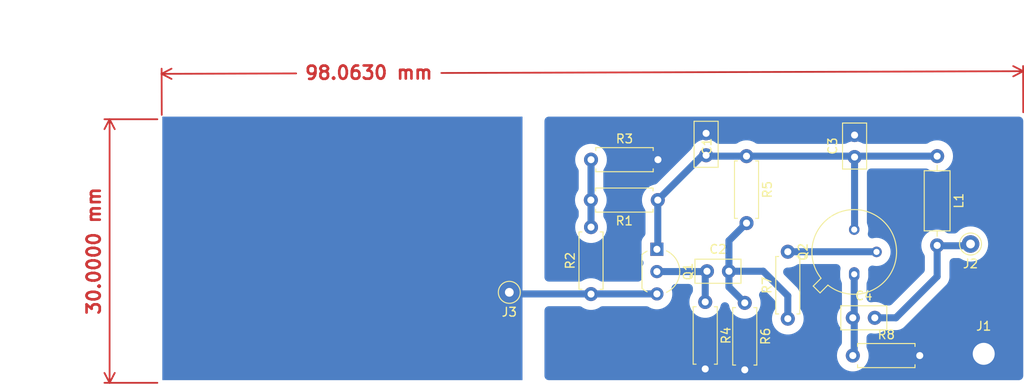
<source format=kicad_pcb>
(kicad_pcb (version 20240108) (generator "pcbnew") (generator_version "8.0")
  (layers (0 "F.Cu" signal) (31 "B.Cu" signal) (34 "B.Paste" user) (35 "F.Paste" user) (36 "B.SilkS" user "B.Silkscreen") (37 "F.SilkS" user "F.Silkscreen") (38 "B.Mask" user) (39 "F.Mask" user) (44 "Edge.Cuts" user))
  (net 0 "")
  (net 1 "Net-(Q1-D)")
  (net 2 "Net-(C2-Pad2)")
  (net 3 "Net-(Q1-S)")
  (net 4 "Net-(J2-In)")
  (net 5 "Net-(Q2-E)")
  (net 6 "Net-(Q2-B)")
  (net 7 "Net-(R1-Pad2)")
  (net 8 "Earth")
  (net 9 "Antenna")
  (footprint "Capacitor_THT:C_Disc_D5.0mm_W2.5mm_P2.50mm" (layer "F.Cu") (at 161.4 96.4 90)
    (property "Reference" "C1" (at 1 0.1 90) (layer "F.SilkS"))
    (property "Value" "100nF")
    (fp_line (start 3.87 -1.37) (end 3.87 1.37) (stroke (width 0.12)) (layer "F.SilkS"))
    (fp_line (start -1.37 -1.37) (end 3.87 -1.37) (stroke (width 0.12)) (layer "F.SilkS"))
    (fp_line (start -1.37 -1.37) (end -1.37 1.37) (stroke (width 0.12)) (layer "F.SilkS"))
    (fp_line (start -1.37 1.37) (end 3.87 1.37) (stroke (width 0.12)) (layer "F.SilkS"))
    (pad "1" thru_hole circle (at 0 0 90) (size 1.6 1.6) (drill 0.8) (layers "*.Cu" "*.Mask") (net 1 "Net-(Q1-D)"))
    (pad "2" thru_hole circle (at 2.5 0 90) (size 1.6 1.6) (drill 0.8) (layers "*.Cu" "*.Mask") (net 8 "Earth"))
  )
  (footprint "Capacitor_THT:C_Disc_D5.0mm_W2.5mm_P2.50mm" (layer "F.Cu") (at 161.5 109.6)
    (property "Reference" "C2" (at 1.25 -2.5 0) (layer "F.SilkS"))
    (property "Value" "100nF")
    (fp_line (start -1.37 -1.37) (end -1.37 1.37) (stroke (width 0.12)) (layer "F.SilkS"))
    (fp_line (start -1.37 -1.37) (end 3.87 -1.37) (stroke (width 0.12)) (layer "F.SilkS"))
    (fp_line (start -1.37 1.37) (end 3.87 1.37) (stroke (width 0.12)) (layer "F.SilkS"))
    (fp_line (start 3.87 -1.37) (end 3.87 1.37) (stroke (width 0.12)) (layer "F.SilkS"))
    (pad "1" thru_hole circle (at 0 0) (size 1.6 1.6) (drill 0.8) (layers "*.Cu" "*.Mask") (net 3 "Net-(Q1-S)"))
    (pad "2" thru_hole circle (at 2.5 0) (size 1.6 1.6) (drill 0.8) (layers "*.Cu" "*.Mask") (net 2 "Net-(C2-Pad2)"))
  )
  (footprint "Capacitor_THT:C_Disc_D5.0mm_W2.5mm_P2.50mm" (layer "F.Cu") (at 178.3 96.6 90)
    (property "Reference" "C3" (at 1.25 -2.5 90) (layer "F.SilkS"))
    (property "Value" "100nF")
    (fp_line (start 3.87 -1.37) (end 3.87 1.37) (stroke (width 0.12)) (layer "F.SilkS"))
    (fp_line (start -1.37 -1.37) (end 3.87 -1.37) (stroke (width 0.12)) (layer "F.SilkS"))
    (fp_line (start -1.37 -1.37) (end -1.37 1.37) (stroke (width 0.12)) (layer "F.SilkS"))
    (fp_line (start -1.37 1.37) (end 3.87 1.37) (stroke (width 0.12)) (layer "F.SilkS"))
    (pad "1" thru_hole circle (at 0 0 90) (size 1.6 1.6) (drill 0.8) (layers "*.Cu" "*.Mask") (net 1 "Net-(Q1-D)"))
    (pad "2" thru_hole circle (at 2.5 0 90) (size 1.6 1.6) (drill 0.8) (layers "*.Cu" "*.Mask") (net 8 "Earth"))
  )
  (footprint "Capacitor_THT:C_Disc_D5.0mm_W2.5mm_P2.50mm" (layer "F.Cu") (at 178.1 114.9)
    (property "Reference" "C4" (at 1.25 -2.5 0) (layer "F.SilkS"))
    (property "Value" "100nF")
    (fp_line (start -1.37 -1.37) (end -1.37 1.37) (stroke (width 0.12)) (layer "F.SilkS"))
    (fp_line (start -1.37 -1.37) (end 3.87 -1.37) (stroke (width 0.12)) (layer "F.SilkS"))
    (fp_line (start -1.37 1.37) (end 3.87 1.37) (stroke (width 0.12)) (layer "F.SilkS"))
    (fp_line (start 3.87 -1.37) (end 3.87 1.37) (stroke (width 0.12)) (layer "F.SilkS"))
    (pad "1" thru_hole circle (at 0 0) (size 1.6 1.6) (drill 0.8) (layers "*.Cu" "*.Mask") (net 5 "Net-(Q2-E)"))
    (pad "2" thru_hole circle (at 2.5 0) (size 1.6 1.6) (drill 0.8) (layers "*.Cu" "*.Mask") (net 4 "Net-(J2-In)"))
  )
  (footprint "Inductor_THT:L_Axial_L6.6mm_D2.7mm_P10.16mm_Horizontal_Vishay_IM-2" (layer "F.Cu") (at 187.7 96.5 -90)
    (property "Reference" "L1" (at 5.08 -2.47 90) (layer "F.SilkS"))
    (property "Value" "470uHr")
    (fp_line (start 1.66 1.47) (end 8.5 1.47) (stroke (width 0.12)) (layer "F.SilkS"))
    (fp_line (start 8.5 1.47) (end 8.5 -1.47) (stroke (width 0.12)) (layer "F.SilkS"))
    (fp_line (start 1.04 0) (end 1.66 0) (stroke (width 0.12)) (layer "F.SilkS"))
    (fp_line (start 9.12 0) (end 8.5 0) (stroke (width 0.12)) (layer "F.SilkS"))
    (fp_line (start 1.66 -1.47) (end 1.66 1.47) (stroke (width 0.12)) (layer "F.SilkS"))
    (fp_line (start 8.5 -1.47) (end 1.66 -1.47) (stroke (width 0.12)) (layer "F.SilkS"))
    (pad "1" thru_hole circle (at 0 0 270) (size 1.6 1.6) (drill 0.8) (layers "*.Cu" "*.Mask") (net 1 "Net-(Q1-D)"))
    (pad "2" thru_hole oval (at 10.16 0 270) (size 1.6 1.6) (drill 0.8) (layers "*.Cu" "*.Mask") (net 4 "Net-(J2-In)"))
  )
  (footprint "Package_TO_SOT_THT:TO-92L_Inline_Wide" (layer "F.Cu") (at 155.8 107.1 -90)
    (property "Reference" "Q1" (at 2.54 -3.56 90) (layer "F.SilkS"))
    (property "Value" "J310")
    (fp_line (start 0.6 1.7) (end 4.45 1.7) (stroke (width 0.12)) (layer "F.SilkS"))
    (fp_arc (start 0.6 1.7) (mid 0.389183 1.423933) (end 0.217369 1.122045) (stroke (width 0.12)) (layer "F.SilkS"))
    (fp_arc (start 4.842383 1.112264) (mid 4.666594 1.419753) (end 4.45 1.7) (stroke (width 0.12)) (layer "F.SilkS"))
    (fp_arc (start 0.1836 -1.098807) (mid 1.143021 -2.192817) (end 2.54 -2.6) (stroke (width 0.12)) (layer "F.SilkS"))
    (fp_arc (start 2.54 -2.6) (mid 3.936979 -2.192818) (end 4.8964 -1.098807) (stroke (width 0.12)) (layer "F.SilkS"))
    (pad "1" thru_hole rect (at 0 0 270) (size 1.5 1.5) (drill 0.8) (layers "*.Cu" "*.Mask") (net 1 "Net-(Q1-D)"))
    (pad "2" thru_hole circle (at 2.54 0 270) (size 1.5 1.5) (drill 0.8) (layers "*.Cu" "*.Mask") (net 3 "Net-(Q1-S)"))
    (pad "3" thru_hole circle (at 5.08 0 270) (size 1.5 1.5) (drill 0.8) (layers "*.Cu" "*.Mask") (net 9 "Antenna"))
  )
  (footprint "Package_TO_SOT_THT:TO-39-3" (layer "F.Cu") (at 178.26 109.94 90)
    (property "Reference" "Q2" (at 2.54 -5.82 90) (layer "F.SilkS"))
    (property "Value" "2N5109")
    (fp_line (start -1.348039 -4.665856) (end -2.125856 -3.888039) (stroke (width 0.12)) (layer "F.SilkS"))
    (fp_line (start -2.125856 -3.888039) (end -1.234902 -2.997084) (stroke (width 0.12)) (layer "F.SilkS"))
    (fp_line (start -0.457084 -3.774902) (end -1.348039 -4.665856) (stroke (width 0.12)) (layer "F.SilkS"))
    (fp_arc (start -0.457084 -3.774902) (mid 5.948125 3.408384) (end -1.234674 -2.997371) (stroke (width 0.12)) (layer "F.SilkS"))
    (pad "1" thru_hole oval (at 0 0 90) (size 1.6 1.2) (drill 0.7) (layers "*.Cu" "*.Mask") (net 5 "Net-(Q2-E)"))
    (pad "2" thru_hole oval (at 2.54 2.54 90) (size 1.2 1.2) (drill 0.7) (layers "*.Cu" "*.Mask") (net 6 "Net-(Q2-B)"))
    (pad "3" thru_hole oval (at 5.08 0 90) (size 1.2 1.2) (drill 0.7) (layers "*.Cu" "*.Mask") (net 1 "Net-(Q1-D)"))
  )
  (footprint "Resistor_THT:R_Axial_DIN0207_L6.3mm_D2.5mm_P7.62mm_Horizontal" (layer "F.Cu") (at 155.9 101.5 180)
    (property "Reference" "R1" (at 3.81 -2.37 0) (layer "F.SilkS"))
    (property "Value" "1M")
    (fp_line (start 7.08 1.37) (end 7.08 1.04) (stroke (width 0.12)) (layer "F.SilkS"))
    (fp_line (start 7.08 -1.37) (end 7.08 -1.04) (stroke (width 0.12)) (layer "F.SilkS"))
    (fp_line (start 0.54 1.37) (end 7.08 1.37) (stroke (width 0.12)) (layer "F.SilkS"))
    (fp_line (start 0.54 1.04) (end 0.54 1.37) (stroke (width 0.12)) (layer "F.SilkS"))
    (fp_line (start 0.54 -1.04) (end 0.54 -1.37) (stroke (width 0.12)) (layer "F.SilkS"))
    (fp_line (start 0.54 -1.37) (end 7.08 -1.37) (stroke (width 0.12)) (layer "F.SilkS"))
    (pad "1" thru_hole circle (at 0 0 180) (size 1.6 1.6) (drill 0.8) (layers "*.Cu" "*.Mask") (net 1 "Net-(Q1-D)"))
    (pad "2" thru_hole oval (at 7.62 0 180) (size 1.6 1.6) (drill 0.8) (layers "*.Cu" "*.Mask") (net 7 "Net-(R1-Pad2)"))
  )
  (footprint "Resistor_THT:R_Axial_DIN0207_L6.3mm_D2.5mm_P7.62mm_Horizontal" (layer "F.Cu") (at 148.3 112.2 90)
    (property "Reference" "R2" (at 3.81 -2.37 90) (layer "F.SilkS"))
    (property "Value" "1M")
    (fp_line (start 7.08 -1.37) (end 7.08 -1.04) (stroke (width 0.12)) (layer "F.SilkS"))
    (fp_line (start 0.54 -1.37) (end 7.08 -1.37) (stroke (width 0.12)) (layer "F.SilkS"))
    (fp_line (start 0.54 -1.04) (end 0.54 -1.37) (stroke (width 0.12)) (layer "F.SilkS"))
    (fp_line (start 0.54 1.04) (end 0.54 1.37) (stroke (width 0.12)) (layer "F.SilkS"))
    (fp_line (start 7.08 1.37) (end 7.08 1.04) (stroke (width 0.12)) (layer "F.SilkS"))
    (fp_line (start 0.54 1.37) (end 7.08 1.37) (stroke (width 0.12)) (layer "F.SilkS"))
    (pad "1" thru_hole circle (at 0 0 90) (size 1.6 1.6) (drill 0.8) (layers "*.Cu" "*.Mask") (net 9 "Antenna"))
    (pad "2" thru_hole oval (at 7.62 0 90) (size 1.6 1.6) (drill 0.8) (layers "*.Cu" "*.Mask") (net 7 "Net-(R1-Pad2)"))
  )
  (footprint "Resistor_THT:R_Axial_DIN0207_L6.3mm_D2.5mm_P7.62mm_Horizontal" (layer "F.Cu") (at 148.3 96.9)
    (property "Reference" "R3" (at 3.81 -2.37 0) (layer "F.SilkS"))
    (property "Value" "1M")
    (fp_line (start 0.54 -1.37) (end 7.08 -1.37) (stroke (width 0.12)) (layer "F.SilkS"))
    (fp_line (start 0.54 -1.04) (end 0.54 -1.37) (stroke (width 0.12)) (layer "F.SilkS"))
    (fp_line (start 0.54 1.04) (end 0.54 1.37) (stroke (width 0.12)) (layer "F.SilkS"))
    (fp_line (start 0.54 1.37) (end 7.08 1.37) (stroke (width 0.12)) (layer "F.SilkS"))
    (fp_line (start 7.08 -1.37) (end 7.08 -1.04) (stroke (width 0.12)) (layer "F.SilkS"))
    (fp_line (start 7.08 1.37) (end 7.08 1.04) (stroke (width 0.12)) (layer "F.SilkS"))
    (pad "1" thru_hole circle (at 0 0) (size 1.6 1.6) (drill 0.8) (layers "*.Cu" "*.Mask") (net 7 "Net-(R1-Pad2)"))
    (pad "2" thru_hole oval (at 7.62 0) (size 1.6 1.6) (drill 0.8) (layers "*.Cu" "*.Mask") (net 8 "Earth"))
  )
  (footprint "Resistor_THT:R_Axial_DIN0207_L6.3mm_D2.5mm_P7.62mm_Horizontal" (layer "F.Cu") (at 161.3 113.1 -90)
    (property "Reference" "R4" (at 3.81 -2.37 90) (layer "F.SilkS"))
    (property "Value" "680R")
    (fp_line (start 0.54 1.37) (end 7.08 1.37) (stroke (width 0.12)) (layer "F.SilkS"))
    (fp_line (start 7.08 1.37) (end 7.08 1.04) (stroke (width 0.12)) (layer "F.SilkS"))
    (fp_line (start 0.54 1.04) (end 0.54 1.37) (stroke (width 0.12)) (layer "F.SilkS"))
    (fp_line (start 0.54 -1.04) (end 0.54 -1.37) (stroke (width 0.12)) (layer "F.SilkS"))
    (fp_line (start 0.54 -1.37) (end 7.08 -1.37) (stroke (width 0.12)) (layer "F.SilkS"))
    (fp_line (start 7.08 -1.37) (end 7.08 -1.04) (stroke (width 0.12)) (layer "F.SilkS"))
    (pad "1" thru_hole circle (at 0 0 270) (size 1.6 1.6) (drill 0.8) (layers "*.Cu" "*.Mask") (net 3 "Net-(Q1-S)"))
    (pad "2" thru_hole oval (at 7.62 0 270) (size 1.6 1.6) (drill 0.8) (layers "*.Cu" "*.Mask") (net 8 "Earth"))
  )
  (footprint "Resistor_THT:R_Axial_DIN0207_L6.3mm_D2.5mm_P7.62mm_Horizontal" (layer "F.Cu") (at 166 96.5 -90)
    (property "Reference" "R5" (at 3.81 -2.37 90) (layer "F.SilkS"))
    (property "Value" "2k2")
    (fp_line (start 0.54 1.37) (end 7.08 1.37) (stroke (width 0.12)) (layer "F.SilkS"))
    (fp_line (start 7.08 1.37) (end 7.08 1.04) (stroke (width 0.12)) (layer "F.SilkS"))
    (fp_line (start 0.54 1.04) (end 0.54 1.37) (stroke (width 0.12)) (layer "F.SilkS"))
    (fp_line (start 0.54 -1.04) (end 0.54 -1.37) (stroke (width 0.12)) (layer "F.SilkS"))
    (fp_line (start 0.54 -1.37) (end 7.08 -1.37) (stroke (width 0.12)) (layer "F.SilkS"))
    (fp_line (start 7.08 -1.37) (end 7.08 -1.04) (stroke (width 0.12)) (layer "F.SilkS"))
    (pad "1" thru_hole circle (at 0 0 270) (size 1.6 1.6) (drill 0.8) (layers "*.Cu" "*.Mask") (net 1 "Net-(Q1-D)"))
    (pad "2" thru_hole oval (at 7.62 0 270) (size 1.6 1.6) (drill 0.8) (layers "*.Cu" "*.Mask") (net 2 "Net-(C2-Pad2)"))
  )
  (footprint "Resistor_THT:R_Axial_DIN0207_L6.3mm_D2.5mm_P7.62mm_Horizontal" (layer "F.Cu") (at 165.8 113.2 -90)
    (property "Reference" "R6" (at 3.81 -2.37 90) (layer "F.SilkS"))
    (property "Value" "10k")
    (fp_line (start 0.54 1.37) (end 7.08 1.37) (stroke (width 0.12)) (layer "F.SilkS"))
    (fp_line (start 7.08 1.37) (end 7.08 1.04) (stroke (width 0.12)) (layer "F.SilkS"))
    (fp_line (start 0.54 1.04) (end 0.54 1.37) (stroke (width 0.12)) (layer "F.SilkS"))
    (fp_line (start 0.54 -1.04) (end 0.54 -1.37) (stroke (width 0.12)) (layer "F.SilkS"))
    (fp_line (start 0.54 -1.37) (end 7.08 -1.37) (stroke (width 0.12)) (layer "F.SilkS"))
    (fp_line (start 7.08 -1.37) (end 7.08 -1.04) (stroke (width 0.12)) (layer "F.SilkS"))
    (pad "1" thru_hole circle (at 0 0 270) (size 1.6 1.6) (drill 0.8) (layers "*.Cu" "*.Mask") (net 2 "Net-(C2-Pad2)"))
    (pad "2" thru_hole oval (at 7.62 0 270) (size 1.6 1.6) (drill 0.8) (layers "*.Cu" "*.Mask") (net 8 "Earth"))
  )
  (footprint "Resistor_THT:R_Axial_DIN0207_L6.3mm_D2.5mm_P7.62mm_Horizontal" (layer "F.Cu") (at 170.7 115 90)
    (property "Reference" "R7" (at 3.81 -2.37 90) (layer "F.SilkS"))
    (property "Value" "47R")
    (fp_line (start 7.08 -1.37) (end 7.08 -1.04) (stroke (width 0.12)) (layer "F.SilkS"))
    (fp_line (start 0.54 -1.37) (end 7.08 -1.37) (stroke (width 0.12)) (layer "F.SilkS"))
    (fp_line (start 0.54 -1.04) (end 0.54 -1.37) (stroke (width 0.12)) (layer "F.SilkS"))
    (fp_line (start 0.54 1.04) (end 0.54 1.37) (stroke (width 0.12)) (layer "F.SilkS"))
    (fp_line (start 7.08 1.37) (end 7.08 1.04) (stroke (width 0.12)) (layer "F.SilkS"))
    (fp_line (start 0.54 1.37) (end 7.08 1.37) (stroke (width 0.12)) (layer "F.SilkS"))
    (pad "1" thru_hole circle (at 0 0 90) (size 1.6 1.6) (drill 0.8) (layers "*.Cu" "*.Mask") (net 2 "Net-(C2-Pad2)"))
    (pad "2" thru_hole oval (at 7.62 0 90) (size 1.6 1.6) (drill 0.8) (layers "*.Cu" "*.Mask") (net 6 "Net-(Q2-B)"))
  )
  (footprint "Resistor_THT:R_Axial_DIN0207_L6.3mm_D2.5mm_P7.62mm_Horizontal" (layer "F.Cu") (at 178.1 119.2)
    (property "Reference" "R8" (at 3.81 -2.37 0) (layer "F.SilkS"))
    (property "Value" "220R")
    (fp_line (start 0.54 -1.37) (end 7.08 -1.37) (stroke (width 0.12)) (layer "F.SilkS"))
    (fp_line (start 0.54 -1.04) (end 0.54 -1.37) (stroke (width 0.12)) (layer "F.SilkS"))
    (fp_line (start 0.54 1.04) (end 0.54 1.37) (stroke (width 0.12)) (layer "F.SilkS"))
    (fp_line (start 0.54 1.37) (end 7.08 1.37) (stroke (width 0.12)) (layer "F.SilkS"))
    (fp_line (start 7.08 -1.37) (end 7.08 -1.04) (stroke (width 0.12)) (layer "F.SilkS"))
    (fp_line (start 7.08 1.37) (end 7.08 1.04) (stroke (width 0.12)) (layer "F.SilkS"))
    (pad "1" thru_hole circle (at 0 0) (size 1.6 1.6) (drill 0.8) (layers "*.Cu" "*.Mask") (net 5 "Net-(Q2-E)"))
    (pad "2" thru_hole oval (at 7.62 0) (size 1.6 1.6) (drill 0.8) (layers "*.Cu" "*.Mask") (net 8 "Earth"))
  )
  (footprint "Connector_Wire:SolderWire-2sqmm_1x01_D2mm_OD3.9mm" (layer "F.Cu") (at 193 119)
    (property "Reference" "J1" (at 0 -3.15 0) (layer "F.SilkS"))
    (property "Value" "PORT")
    (pad "1" thru_hole roundrect (at 0 0) (size 3.9 3.9) (drill 2.5) (layers "*.Cu" "*.Mask") (roundrect_rratio 0.06410307692) (net 8 "Earth"))
  )
  (footprint "Connector_Pin:Pin_D1.0mm_L10.0mm" (layer "F.Cu") (at 139 112)
    (property "Reference" "J3" (at 0 2.25 0) (layer "F.SilkS"))
    (property "Value" "Coaxial")
    (fp_circle (center 0 0) (end 1.25 0.05) (stroke (width 0.12)) (fill none) (layer "F.SilkS"))
    (pad "1" thru_hole circle (at 0 0) (size 2 2) (drill 1) (layers "*.Cu" "*.Mask") (net 9 "Antenna"))
  )
  (footprint "Connector_Pin:Pin_D1.0mm_L10.0mm" (layer "F.Cu") (at 191.5 106.5)
    (property "Reference" "J2" (at 0 2.25 0) (layer "F.SilkS"))
    (property "Value" "Coaxial")
    (fp_circle (center 0 0) (end 1.25 0.05) (stroke (width 0.12)) (fill none) (layer "F.SilkS"))
    (pad "1" thru_hole circle (at 0 0) (size 2 2) (drill 1) (layers "*.Cu" "*.Mask") (net 4 "Net-(J2-In)"))
  )
  (dimension (type aligned) (layer "F.Cu") (pts (xy 99.437475 92.3) (xy 197.5 92)) (height -5.170758) (gr_text "98,0630 mm" (at 123 87 0.1752828622) (layer "F.Cu") (effects (font (size 1.5 1.5) (thickness 0.3)))) (format (prefix "") (suffix "") (units 3) (units_format 1) (precision 4)) (style (thickness 0.2) (arrow_length 1.27) (text_position_mode 2) (extension_height 0.58642) (extension_offset 0.5) keep_text_aligned))
  (dimension (type aligned) (layer "F.Cu") (pts (xy 99.437475 92.3) (xy 99.437475 122.3)) (height 5.937474) (gr_text "30,0000 mm" (at 91.700001 107.3 90) (layer "F.Cu") (effects (font (size 1.5 1.5) (thickness 0.3)))) (format (prefix "") (suffix "") (units 3) (units_format 1) (precision 4)) (style (thickness 0.2) (arrow_length 1.27) (text_position_mode 0) (extension_height 0.58642) (extension_offset 0.5) keep_text_aligned))
  (segment (start 155.9 107) (end 155.8 107.1) (width 0.8) (layer "F.Cu") (net 1))
  (segment (start 161.6 96.6) (end 161.4 96.4) (width 0.8) (layer "F.Cu") (net 1))
  (segment (start 161.5 96.5) (end 161.4 96.4) (width 0.8) (layer "F.Cu") (net 1))
  (segment (start 156.1 101.3) (end 155.9 101.5) (width 0.8) (layer "F.Cu") (net 1))
  (segment (start 161.4 96.4) (end 161 96.4) (width 0.8) (layer "F.Cu") (net 1))
  (segment (start 161.4 96.4) (end 161 96.4) (width 0.8) (layer "B.Cu") (net 1))
  (segment (start 178.3 96.6) (end 178.3 104.82) (width 0.8) (layer "B.Cu") (net 1))
  (segment (start 155.9 107) (end 155.8 107.1) (width 0.8) (layer "B.Cu") (net 1))
  (segment (start 178.3 104.82) (end 178.26 104.86) (width 0.8) (layer "B.Cu") (net 1))
  (segment (start 187.7 96.5) (end 161.5 96.5) (width 0.8) (layer "B.Cu") (net 1))
  (segment (start 161.5 96.5) (end 161.4 96.4) (width 0.8) (layer "B.Cu") (net 1))
  (segment (start 161 96.4) (end 155.9 101.5) (width 0.8) (layer "B.Cu") (net 1))
  (segment (start 155.9 101.5) (end 155.9 107) (width 0.8) (layer "B.Cu") (net 1))
  (segment (start 166 113) (end 165.8 113.2) (width 0.6) (layer "F.Cu") (net 2))
  (segment (start 170.7 112.4) (end 170.7 115) (width 0.8) (layer "B.Cu") (net 2))
  (segment (start 164 109.6) (end 164 111.4) (width 0.8) (layer "B.Cu") (net 2))
  (segment (start 164 109.6) (end 167.9 109.6) (width 0.8) (layer "B.Cu") (net 2))
  (segment (start 164 111.4) (end 165.8 113.2) (width 0.8) (layer "B.Cu") (net 2))
  (segment (start 167.9 109.6) (end 170.7 112.4) (width 0.8) (layer "B.Cu") (net 2))
  (segment (start 164 106.12) (end 166 104.12) (width 0.8) (layer "B.Cu") (net 2))
  (segment (start 164 109.6) (end 164 106.12) (width 0.8) (layer "B.Cu") (net 2))
  (segment (start 161.4 113) (end 161.3 113.1) (width 0.6) (layer "F.Cu") (net 3))
  (segment (start 161.5 112.9) (end 161.3 113.1) (width 0.6) (layer "F.Cu") (net 3))
  (segment (start 161.46 109.64) (end 161.5 109.6) (width 0.6) (layer "F.Cu") (net 3))
  (segment (start 155.8 109.64) (end 161.46 109.64) (width 0.8) (layer "B.Cu") (net 3))
  (segment (start 161.46 109.64) (end 161.5 109.6) (width 0.8) (layer "B.Cu") (net 3))
  (segment (start 161.3 113.1) (end 161.3 109.8) (width 0.8) (layer "B.Cu") (net 3))
  (segment (start 161.3 109.8) (end 161.5 109.6) (width 0.8) (layer "B.Cu") (net 3))
  (segment (start 191.46 106.66) (end 191.5 106.7) (width 0.8) (layer "F.Cu") (net 4))
  (segment (start 180.6 114.9) (end 183 114.9) (width 0.8) (layer "B.Cu") (net 4))
  (segment (start 191.5 106.7) (end 187.74 106.7) (width 0.8) (layer "B.Cu") (net 4))
  (segment (start 187.74 106.7) (end 187.7 106.66) (width 0.8) (layer "B.Cu") (net 4))
  (segment (start 187.7 110.2) (end 187.7 106.66) (width 0.8) (layer "B.Cu") (net 4))
  (segment (start 183 114.9) (end 187.7 110.2) (width 0.8) (layer "B.Cu") (net 4))
  (segment (start 178.2 119.1) (end 178.1 119.2) (width 0.8) (layer "F.Cu") (net 5))
  (segment (start 178.26 119.04) (end 178.1 119.2) (width 0.8) (layer "F.Cu") (net 5))
  (segment (start 178.26 119.04) (end 178.1 119.2) (width 0.8) (layer "B.Cu") (net 5))
  (segment (start 178.26 109.94) (end 178.26 119.04) (width 0.8) (layer "B.Cu") (net 5))
  (segment (start 180.78 107.38) (end 180.8 107.4) (width 0.6) (layer "F.Cu") (net 6))
  (segment (start 170.7 107.38) (end 180.78 107.38) (width 0.8) (layer "B.Cu") (net 6))
  (segment (start 180.78 107.38) (end 180.8 107.4) (width 0.8) (layer "B.Cu") (net 6))
  (segment (start 148.3 101.48) (end 148.28 101.5) (width 0.6) (layer "F.Cu") (net 7))
  (segment (start 148.28 104.36) (end 148.3 104.38) (width 0.6) (layer "F.Cu") (net 7))
  (segment (start 148.28 104.56) (end 148.3 104.58) (width 0.6) (layer "F.Cu") (net 7))
  (segment (start 148.3 96.9) (end 148.3 104.58) (width 0.8) (layer "B.Cu") (net 7))
  (segment (start 155.78 112.2) (end 155.8 112.18) (width 0.6) (layer "F.Cu") (net 9))
  (segment (start 155.8 112.18) (end 139.42 112.18) (width 0.8) (layer "B.Cu") (net 9))
  (zone (net 9) (net_name "Antenna") (layer "B.Cu") (connect_pads yes (clearance 0.01)) (min_thickness 0.025) (fill yes (thermal_gap 0.03) (thermal_bridge_width 0.03))
    (polygon (pts (xy 99.5 122) (xy 99.5 92) (xy 140.5 92) (xy 140.5 122)))
  )
  (zone (net 8) (net_name "Earth") (layer "B.Cu") (priority 1) (connect_pads yes (clearance 1)) (min_thickness 1) (fill yes (thermal_gap 1) (thermal_bridge_width 1))
    (polygon (pts (xy 143 122) (xy 143 92) (xy 197.5 92) (xy 197.5 122)))
  )
)
</source>
